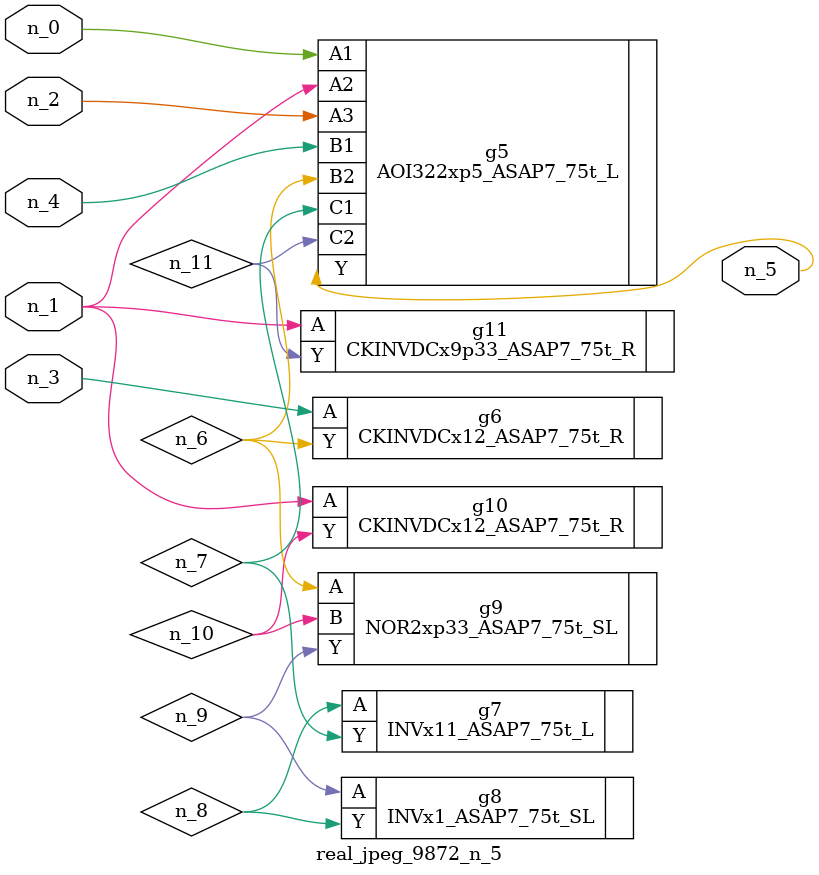
<source format=v>
module real_jpeg_9872_n_5 (n_4, n_0, n_1, n_2, n_3, n_5);

input n_4;
input n_0;
input n_1;
input n_2;
input n_3;

output n_5;

wire n_8;
wire n_11;
wire n_6;
wire n_7;
wire n_10;
wire n_9;

AOI322xp5_ASAP7_75t_L g5 ( 
.A1(n_0),
.A2(n_1),
.A3(n_2),
.B1(n_4),
.B2(n_6),
.C1(n_7),
.C2(n_11),
.Y(n_5)
);

CKINVDCx12_ASAP7_75t_R g10 ( 
.A(n_1),
.Y(n_10)
);

CKINVDCx9p33_ASAP7_75t_R g11 ( 
.A(n_1),
.Y(n_11)
);

CKINVDCx12_ASAP7_75t_R g6 ( 
.A(n_3),
.Y(n_6)
);

NOR2xp33_ASAP7_75t_SL g9 ( 
.A(n_6),
.B(n_10),
.Y(n_9)
);

INVx11_ASAP7_75t_L g7 ( 
.A(n_8),
.Y(n_7)
);

INVx1_ASAP7_75t_SL g8 ( 
.A(n_9),
.Y(n_8)
);


endmodule
</source>
